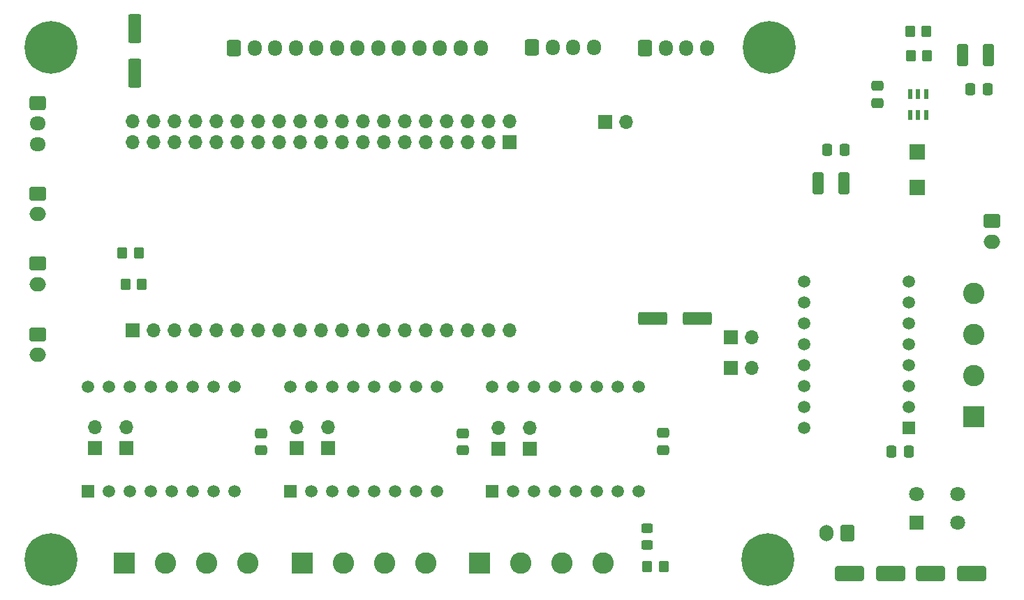
<source format=gts>
G04 #@! TF.GenerationSoftware,KiCad,Pcbnew,7.0.7+dfsg-1*
G04 #@! TF.CreationDate,2024-09-08T18:11:18+02:00*
G04 #@! TF.ProjectId,motion-board-evoII,6d6f7469-6f6e-42d6-926f-6172642d6576,rev?*
G04 #@! TF.SameCoordinates,Original*
G04 #@! TF.FileFunction,Soldermask,Top*
G04 #@! TF.FilePolarity,Negative*
%FSLAX46Y46*%
G04 Gerber Fmt 4.6, Leading zero omitted, Abs format (unit mm)*
G04 Created by KiCad (PCBNEW 7.0.7+dfsg-1) date 2024-09-08 18:11:18*
%MOMM*%
%LPD*%
G01*
G04 APERTURE LIST*
G04 Aperture macros list*
%AMRoundRect*
0 Rectangle with rounded corners*
0 $1 Rounding radius*
0 $2 $3 $4 $5 $6 $7 $8 $9 X,Y pos of 4 corners*
0 Add a 4 corners polygon primitive as box body*
4,1,4,$2,$3,$4,$5,$6,$7,$8,$9,$2,$3,0*
0 Add four circle primitives for the rounded corners*
1,1,$1+$1,$2,$3*
1,1,$1+$1,$4,$5*
1,1,$1+$1,$6,$7*
1,1,$1+$1,$8,$9*
0 Add four rect primitives between the rounded corners*
20,1,$1+$1,$2,$3,$4,$5,0*
20,1,$1+$1,$4,$5,$6,$7,0*
20,1,$1+$1,$6,$7,$8,$9,0*
20,1,$1+$1,$8,$9,$2,$3,0*%
G04 Aperture macros list end*
%ADD10RoundRect,0.250000X-0.337500X-0.475000X0.337500X-0.475000X0.337500X0.475000X-0.337500X0.475000X0*%
%ADD11R,1.700000X1.700000*%
%ADD12O,1.700000X1.700000*%
%ADD13R,1.508000X1.508000*%
%ADD14C,1.508000*%
%ADD15C,0.800000*%
%ADD16C,6.400000*%
%ADD17RoundRect,0.250000X0.550000X-1.500000X0.550000X1.500000X-0.550000X1.500000X-0.550000X-1.500000X0*%
%ADD18RoundRect,0.250000X0.350000X0.450000X-0.350000X0.450000X-0.350000X-0.450000X0.350000X-0.450000X0*%
%ADD19RoundRect,0.250000X-0.750000X0.600000X-0.750000X-0.600000X0.750000X-0.600000X0.750000X0.600000X0*%
%ADD20O,2.000000X1.700000*%
%ADD21RoundRect,0.250000X1.500000X0.550000X-1.500000X0.550000X-1.500000X-0.550000X1.500000X-0.550000X0*%
%ADD22RoundRect,0.250000X-0.350000X-0.450000X0.350000X-0.450000X0.350000X0.450000X-0.350000X0.450000X0*%
%ADD23RoundRect,0.250000X-0.412500X-1.100000X0.412500X-1.100000X0.412500X1.100000X-0.412500X1.100000X0*%
%ADD24RoundRect,0.250000X0.475000X-0.337500X0.475000X0.337500X-0.475000X0.337500X-0.475000X-0.337500X0*%
%ADD25R,2.600000X2.600000*%
%ADD26C,2.600000*%
%ADD27RoundRect,0.250000X-0.450000X0.325000X-0.450000X-0.325000X0.450000X-0.325000X0.450000X0.325000X0*%
%ADD28RoundRect,0.250000X-0.600000X-0.725000X0.600000X-0.725000X0.600000X0.725000X-0.600000X0.725000X0*%
%ADD29O,1.700000X1.950000*%
%ADD30RoundRect,0.250000X-1.500000X-0.650000X1.500000X-0.650000X1.500000X0.650000X-1.500000X0.650000X0*%
%ADD31RoundRect,0.250000X-0.725000X0.600000X-0.725000X-0.600000X0.725000X-0.600000X0.725000X0.600000X0*%
%ADD32O,1.950000X1.700000*%
%ADD33RoundRect,0.250000X1.500000X0.650000X-1.500000X0.650000X-1.500000X-0.650000X1.500000X-0.650000X0*%
%ADD34R,1.800000X1.800000*%
%ADD35C,1.800000*%
%ADD36R,1.850000X1.900000*%
%ADD37R,0.600000X1.250000*%
%ADD38RoundRect,0.250000X-0.475000X0.337500X-0.475000X-0.337500X0.475000X-0.337500X0.475000X0.337500X0*%
%ADD39RoundRect,0.250000X0.600000X0.750000X-0.600000X0.750000X-0.600000X-0.750000X0.600000X-0.750000X0*%
%ADD40O,1.700000X2.000000*%
G04 APERTURE END LIST*
D10*
X144305200Y-43510200D03*
X146380200Y-43510200D03*
D11*
X105791000Y-42570400D03*
D12*
X105791000Y-40030400D03*
X103251000Y-42570400D03*
X103251000Y-40030400D03*
X100711000Y-42570400D03*
X100711000Y-40030400D03*
X98171000Y-42570400D03*
X98171000Y-40030400D03*
X95631000Y-42570400D03*
X95631000Y-40030400D03*
X93091000Y-42570400D03*
X93091000Y-40030400D03*
X90551000Y-42570400D03*
X90551000Y-40030400D03*
X88011000Y-42570400D03*
X88011000Y-40030400D03*
X85471000Y-42570400D03*
X85471000Y-40030400D03*
X82931000Y-42570400D03*
X82931000Y-40030400D03*
X80391000Y-42570400D03*
X80391000Y-40030400D03*
X77851000Y-42570400D03*
X77851000Y-40030400D03*
X75311000Y-42570400D03*
X75311000Y-40030400D03*
X72771000Y-42570400D03*
X72771000Y-40030400D03*
X70231000Y-42570400D03*
X70231000Y-40030400D03*
X67691000Y-42570400D03*
X67691000Y-40030400D03*
X65151000Y-42570400D03*
X65151000Y-40030400D03*
X62611000Y-42570400D03*
X62611000Y-40030400D03*
X60071000Y-42570400D03*
X60071000Y-40030400D03*
D13*
X154225400Y-77354400D03*
D14*
X154225400Y-74814400D03*
X154225400Y-72274400D03*
X154225400Y-69734400D03*
X154225400Y-67194400D03*
X154225400Y-64654400D03*
X154225400Y-62114400D03*
X154225400Y-59574400D03*
X141525400Y-77354400D03*
X141525400Y-74814400D03*
X141525400Y-72274400D03*
X141525400Y-69734400D03*
X141525400Y-67194400D03*
X141525400Y-64654400D03*
X141525400Y-62114400D03*
X141525400Y-59574400D03*
D15*
X47718000Y-93298000D03*
X48420944Y-91600944D03*
X48420944Y-94995056D03*
X50118000Y-90898000D03*
D16*
X50118000Y-93298000D03*
D15*
X50118000Y-95698000D03*
X51815056Y-91600944D03*
X51815056Y-94995056D03*
X52518000Y-93298000D03*
D17*
X60299600Y-34196000D03*
X60299600Y-28796000D03*
D10*
X161674900Y-36169600D03*
X163749900Y-36169600D03*
D18*
X124469400Y-94157800D03*
X122469400Y-94157800D03*
D19*
X164236400Y-52197000D03*
D20*
X164236400Y-54697000D03*
D21*
X128531600Y-64058800D03*
X123131600Y-64058800D03*
D22*
X154346400Y-29133800D03*
X156346400Y-29133800D03*
D19*
X48514000Y-65938400D03*
D20*
X48514000Y-68438400D03*
D23*
X143229800Y-47574200D03*
X146354800Y-47574200D03*
D15*
X134713000Y-93298000D03*
X135415944Y-91600944D03*
X135415944Y-94995056D03*
X137113000Y-90898000D03*
D16*
X137113000Y-93298000D03*
D15*
X137113000Y-95698000D03*
X138810056Y-91600944D03*
X138810056Y-94995056D03*
X139513000Y-93298000D03*
D24*
X75590400Y-80060800D03*
X75590400Y-77985800D03*
D25*
X80598000Y-93726000D03*
D26*
X85598000Y-93726000D03*
X90598000Y-93726000D03*
X95598000Y-93726000D03*
D13*
X79177000Y-85030000D03*
D14*
X81717000Y-85030000D03*
X84257000Y-85030000D03*
X86797000Y-85030000D03*
X89337000Y-85030000D03*
X91877000Y-85030000D03*
X94417000Y-85030000D03*
X96957000Y-85030000D03*
X79177000Y-72330000D03*
X81717000Y-72330000D03*
X84257000Y-72330000D03*
X86797000Y-72330000D03*
X89337000Y-72330000D03*
X91877000Y-72330000D03*
X94417000Y-72330000D03*
X96957000Y-72330000D03*
D27*
X122478800Y-89484200D03*
X122478800Y-91534200D03*
D24*
X100076000Y-80056900D03*
X100076000Y-77981900D03*
D28*
X108500000Y-31130000D03*
D29*
X111000000Y-31130000D03*
X113500000Y-31130000D03*
X116000000Y-31130000D03*
D30*
X156808800Y-95046800D03*
X161808800Y-95046800D03*
D19*
X48514000Y-48869600D03*
D20*
X48514000Y-51369600D03*
D11*
X132588000Y-66294000D03*
D12*
X135128000Y-66294000D03*
D31*
X48514000Y-37846000D03*
D32*
X48514000Y-40346000D03*
X48514000Y-42846000D03*
D33*
X151989307Y-95031780D03*
X146989307Y-95031780D03*
D11*
X60071000Y-65430400D03*
D12*
X62611000Y-65430400D03*
X65151000Y-65430400D03*
X67691000Y-65430400D03*
X70231000Y-65430400D03*
X72771000Y-65430400D03*
X75311000Y-65430400D03*
X77851000Y-65430400D03*
X80391000Y-65430400D03*
X82931000Y-65430400D03*
X85471000Y-65430400D03*
X88011000Y-65430400D03*
X90551000Y-65430400D03*
X93091000Y-65430400D03*
X95631000Y-65430400D03*
X98171000Y-65430400D03*
X100711000Y-65430400D03*
X103251000Y-65430400D03*
X105791000Y-65430400D03*
D34*
X155143200Y-88844000D03*
D35*
X160143200Y-88844000D03*
X155143200Y-85344000D03*
X160143200Y-85344000D03*
D25*
X59027000Y-93726000D03*
D26*
X64027000Y-93726000D03*
X69027000Y-93726000D03*
X74027000Y-93726000D03*
D36*
X155244800Y-43764200D03*
X155244800Y-48124200D03*
D11*
X108229400Y-79832200D03*
D12*
X108229400Y-77292200D03*
D13*
X103632000Y-85030000D03*
D14*
X106172000Y-85030000D03*
X108712000Y-85030000D03*
X111252000Y-85030000D03*
X113792000Y-85030000D03*
X116332000Y-85030000D03*
X118872000Y-85030000D03*
X121412000Y-85030000D03*
X103632000Y-72330000D03*
X106172000Y-72330000D03*
X108712000Y-72330000D03*
X111252000Y-72330000D03*
X113792000Y-72330000D03*
X116332000Y-72330000D03*
X118872000Y-72330000D03*
X121412000Y-72330000D03*
D11*
X132588000Y-70078600D03*
D12*
X135128000Y-70078600D03*
D28*
X122224800Y-31140400D03*
D29*
X124724800Y-31140400D03*
X127224800Y-31140400D03*
X129724800Y-31140400D03*
D11*
X104419400Y-79832200D03*
D12*
X104419400Y-77292200D03*
D37*
X154377800Y-39308200D03*
X155327800Y-39308200D03*
X156277800Y-39308200D03*
X156277800Y-36808200D03*
X155327800Y-36808200D03*
X154377800Y-36808200D03*
D24*
X124409200Y-80031500D03*
X124409200Y-77956500D03*
D11*
X117348000Y-40182800D03*
D12*
X119888000Y-40182800D03*
D15*
X134840000Y-31068000D03*
X135542944Y-29370944D03*
X135542944Y-32765056D03*
X137240000Y-28668000D03*
D16*
X137240000Y-31068000D03*
D15*
X137240000Y-33468000D03*
X138937056Y-29370944D03*
X138937056Y-32765056D03*
X139640000Y-31068000D03*
X47718000Y-31068000D03*
X48420944Y-29370944D03*
X48420944Y-32765056D03*
X50118000Y-28668000D03*
D16*
X50118000Y-31068000D03*
D15*
X50118000Y-33468000D03*
X51815056Y-29370944D03*
X51815056Y-32765056D03*
X52518000Y-31068000D03*
D11*
X55438200Y-79761000D03*
D12*
X55438200Y-77221000D03*
D22*
X59163200Y-59867800D03*
X61163200Y-59867800D03*
D23*
X160705000Y-32054800D03*
X163830000Y-32054800D03*
D28*
X72325000Y-31138000D03*
D29*
X74825000Y-31138000D03*
X77325000Y-31138000D03*
X79825000Y-31138000D03*
X82325000Y-31138000D03*
X84825000Y-31138000D03*
X87325000Y-31138000D03*
X89825000Y-31138000D03*
X92325000Y-31138000D03*
X94825000Y-31138000D03*
X97325000Y-31138000D03*
X99825000Y-31138000D03*
X102325000Y-31138000D03*
D10*
X152103000Y-80213200D03*
X154178000Y-80213200D03*
D19*
X48514000Y-57378600D03*
D20*
X48514000Y-59878600D03*
D38*
X150418800Y-35784100D03*
X150418800Y-37859100D03*
D39*
X146710400Y-90144600D03*
D40*
X144210400Y-90144600D03*
D13*
X54610000Y-85030000D03*
D14*
X57150000Y-85030000D03*
X59690000Y-85030000D03*
X62230000Y-85030000D03*
X64770000Y-85030000D03*
X67310000Y-85030000D03*
X69850000Y-85030000D03*
X72390000Y-85030000D03*
X54610000Y-72330000D03*
X57150000Y-72330000D03*
X59690000Y-72330000D03*
X62230000Y-72330000D03*
X64770000Y-72330000D03*
X67310000Y-72330000D03*
X69850000Y-72330000D03*
X72390000Y-72330000D03*
D22*
X58817000Y-56108600D03*
X60817000Y-56108600D03*
D11*
X83743800Y-79811800D03*
D12*
X83743800Y-77271800D03*
D25*
X102108000Y-93726000D03*
D26*
X107108000Y-93726000D03*
X112108000Y-93726000D03*
X117108000Y-93726000D03*
D11*
X59258200Y-79761000D03*
D12*
X59258200Y-77221000D03*
D25*
X162080600Y-75971400D03*
D26*
X162080600Y-70971400D03*
X162080600Y-65971400D03*
X162080600Y-60971400D03*
D11*
X79933800Y-79806800D03*
D12*
X79933800Y-77266800D03*
D18*
X156422600Y-32105600D03*
X154422600Y-32105600D03*
M02*

</source>
